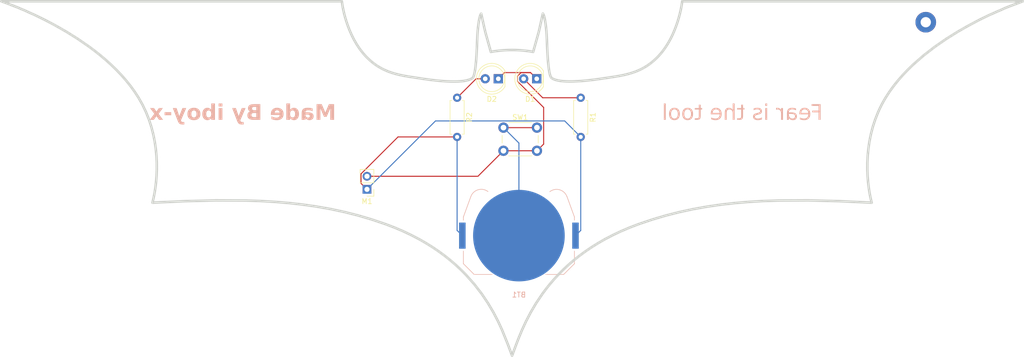
<source format=kicad_pcb>
(kicad_pcb (version 20241229) (generator "pcbnew") (generator_version "9.0")
  (layers (0 "F.Cu" signal) (2 "B.Cu" signal) (13 "F.Paste" user) (15 "B.Paste" user) (5 "F.SilkS" user "F.Silkscreen") (7 "B.SilkS" user "B.Silkscreen") (1 "F.Mask" user) (3 "B.Mask" user) (25 "Edge.Cuts" user))
  (net 0 "")
  (net 1 "Net-(BT1-+)")
  (net 2 "Net-(BT1--)")
  (net 3 "Net-(D1-K)")
  (net 4 "Net-(D1-A)")
  (net 5 "Net-(D2-A)")
  (footprint "Resistor_THT:R_Axial_DIN0207_L6.3mm_D2.5mm_P7.62mm_Horizontal" (layer "F.Cu") (at 158 70.69 -90)
    (property "Reference" "R2" (at 3.81 -2.37 90) (layer "F.SilkS"))
    (property "Value" "R")
    (fp_line (start 0.54 1.37) (end 7.08 1.37) (stroke (width 0.12)) (layer "F.SilkS"))
    (fp_line (start 7.08 1.37) (end 7.08 1.04) (stroke (width 0.12)) (layer "F.SilkS"))
    (fp_line (start 0.54 1.04) (end 0.54 1.37) (stroke (width 0.12)) (layer "F.SilkS"))
    (fp_line (start 0.54 -1.04) (end 0.54 -1.37) (stroke (width 0.12)) (layer "F.SilkS"))
    (fp_line (start 0.54 -1.37) (end 7.08 -1.37) (stroke (width 0.12)) (layer "F.SilkS"))
    (fp_line (start 7.08 -1.37) (end 7.08 -1.04) (stroke (width 0.12)) (layer "F.SilkS"))
    (pad "1" thru_hole circle (at 0 0 270) (size 1.6 1.6) (drill 0.8) (layers "*.Cu" "*.Mask") (net 5 "Net-(D2-A)"))
    (pad "2" thru_hole oval (at 7.62 0 270) (size 1.6 1.6) (drill 0.8) (layers "*.Cu" "*.Mask") (net 1 "Net-(BT1-+)"))
  )
  (footprint "MountingHole:MountingHole_2mm" (layer "F.Cu") (at 249 56)
    (property "Reference" "REF**" (hide yes))
    (property "Value" "MountingHole_2mm" (hide yes))
    (pad "" np_thru_hole circle (at 0 0) (size 4 4) (drill 2) (layers "*.Cu" "*.Mask"))
  )
  (footprint "Resistor_THT:R_Axial_DIN0207_L6.3mm_D2.5mm_P7.62mm_Horizontal" (layer "F.Cu") (at 182 70.69 -90)
    (property "Reference" "R1" (at 3.81 -2.37 90) (layer "F.SilkS"))
    (property "Value" "R")
    (fp_line (start 0.54 1.37) (end 7.08 1.37) (stroke (width 0.12)) (layer "F.SilkS"))
    (fp_line (start 7.08 1.37) (end 7.08 1.04) (stroke (width 0.12)) (layer "F.SilkS"))
    (fp_line (start 0.54 1.04) (end 0.54 1.37) (stroke (width 0.12)) (layer "F.SilkS"))
    (fp_line (start 0.54 -1.04) (end 0.54 -1.37) (stroke (width 0.12)) (layer "F.SilkS"))
    (fp_line (start 0.54 -1.37) (end 7.08 -1.37) (stroke (width 0.12)) (layer "F.SilkS"))
    (fp_line (start 7.08 -1.37) (end 7.08 -1.04) (stroke (width 0.12)) (layer "F.SilkS"))
    (pad "1" thru_hole circle (at 0 0 270) (size 1.6 1.6) (drill 0.8) (layers "*.Cu" "*.Mask") (net 4 "Net-(D1-A)"))
    (pad "2" thru_hole oval (at 7.62 0 270) (size 1.6 1.6) (drill 0.8) (layers "*.Cu" "*.Mask") (net 1 "Net-(BT1-+)"))
  )
  (footprint "Connector_PinHeader_2.54mm:PinHeader_1x02_P2.54mm_Vertical" (layer "F.Cu") (at 140.5 88.5 180)
    (property "Reference" "M1" (at 0 -2.33 0) (layer "F.SilkS"))
    (property "Value" "Motor_DC")
    (fp_line (start 1.33 1.27) (end 1.33 3.87) (stroke (width 0.12)) (layer "F.SilkS"))
    (fp_line (start -1.33 3.87) (end 1.33 3.87) (stroke (width 0.12)) (layer "F.SilkS"))
    (fp_line (start -1.33 1.27) (end 1.33 1.27) (stroke (width 0.12)) (layer "F.SilkS"))
    (fp_line (start -1.33 1.27) (end -1.33 3.87) (stroke (width 0.12)) (layer "F.SilkS"))
    (fp_line (start -1.33 0) (end -1.33 -1.33) (stroke (width 0.12)) (layer "F.SilkS"))
    (fp_line (start -1.33 -1.33) (end 0 -1.33) (stroke (width 0.12)) (layer "F.SilkS"))
    (pad "1" thru_hole rect (at 0 0 180) (size 1.7 1.7) (drill 1) (layers "*.Cu" "*.Mask") (net 1 "Net-(BT1-+)"))
    (pad "2" thru_hole oval (at 0 2.54 180) (size 1.7 1.7) (drill 1) (layers "*.Cu" "*.Mask") (net 3 "Net-(D1-K)"))
  )
  (footprint "Button_Switch_THT:SW_PUSH_6mm" (layer "F.Cu") (at 167 76.5)
    (property "Reference" "SW1" (at 3.25 -2 0) (layer "F.SilkS"))
    (property "Value" "SW_Push")
    (fp_line (start -0.25 1.5) (end -0.25 3) (stroke (width 0.12)) (layer "F.SilkS"))
    (fp_line (start 1 5.5) (end 5.5 5.5) (stroke (width 0.12)) (layer "F.SilkS"))
    (fp_line (start 5.5 -1) (end 1 -1) (stroke (width 0.12)) (layer "F.SilkS"))
    (fp_line (start 6.75 3) (end 6.75 1.5) (stroke (width 0.12)) (layer "F.SilkS"))
    (pad "1" thru_hole circle (at 0 0 90) (size 2 2) (drill 1.1) (layers "*.Cu" "*.Mask") (net 2 "Net-(BT1--)"))
    (pad "1" thru_hole circle (at 6.5 0 90) (size 2 2) (drill 1.1) (layers "*.Cu" "*.Mask") (net 2 "Net-(BT1--)"))
    (pad "2" thru_hole circle (at 0 4.5 90) (size 2 2) (drill 1.1) (layers "*.Cu" "*.Mask") (net 3 "Net-(D1-K)"))
    (pad "2" thru_hole circle (at 6.5 4.5 90) (size 2 2) (drill 1.1) (layers "*.Cu" "*.Mask") (net 3 "Net-(D1-K)"))
  )
  (footprint "LED_THT:LED_D5.0mm" (layer "F.Cu") (at 166 67 180)
    (property "Reference" "D2" (at 1.27 -3.96 0) (layer "F.SilkS"))
    (property "Value" "LED")
    (fp_line (start -1.29 -1.545) (end -1.29 1.545) (stroke (width 0.12)) (layer "F.SilkS"))
    (fp_arc (start 4.26 0.000048) (mid 2.071756 2.880501) (end -1.29 1.54483) (stroke (width 0.12)) (layer "F.SilkS"))
    (fp_arc (start -1.29 -1.54483) (mid 2.071756 -2.880501) (end 4.26 -0.000048) (stroke (width 0.12)) (layer "F.SilkS"))
    (fp_circle (center 1.27 0) (end 3.77 0) (stroke (width 0.12)) (fill no) (layer "F.SilkS"))
    (pad "1" thru_hole rect (at 0 0 180) (size 1.8 1.8) (drill 0.9) (layers "*.Cu" "*.Mask") (net 3 "Net-(D1-K)"))
    (pad "2" thru_hole circle (at 2.54 0 180) (size 1.8 1.8) (drill 0.9) (layers "*.Cu" "*.Mask") (net 5 "Net-(D2-A)"))
  )
  (footprint "LED_THT:LED_D5.0mm" (layer "F.Cu") (at 173.46 67 180)
    (property "Reference" "D1" (at 1.27 -3.96 0) (layer "F.SilkS"))
    (property "Value" "LED")
    (fp_line (start -1.29 -1.545) (end -1.29 1.545) (stroke (width 0.12)) (layer "F.SilkS"))
    (fp_arc (start 4.26 0.000048) (mid 2.071756 2.880501) (end -1.29 1.54483) (stroke (width 0.12)) (layer "F.SilkS"))
    (fp_arc (start -1.29 -1.54483) (mid 2.071756 -2.880501) (end 4.26 -0.000048) (stroke (width 0.12)) (layer "F.SilkS"))
    (fp_circle (center 1.27 0) (end 3.77 0) (stroke (width 0.12)) (fill no) (layer "F.SilkS"))
    (pad "1" thru_hole rect (at 0 0 180) (size 1.8 1.8) (drill 0.9) (layers "*.Cu" "*.Mask") (net 3 "Net-(D1-K)"))
    (pad "2" thru_hole circle (at 2.54 0 180) (size 1.8 1.8) (drill 0.9) (layers "*.Cu" "*.Mask") (net 4 "Net-(D1-A)"))
  )
  (footprint "Battery:BatteryHolder_Keystone_3034_1x20mm" (layer "B.Cu") (at 170 97.5)
    (property "Reference" "BT1" (at 0 11.5 0) (layer "B.SilkS") (effects (justify mirror)))
    (property "Value" "Battery_Cell")
    (fp_line (start -10.78 -3.63) (end -9.34 -7.58) (stroke (width 0.12)) (layer "B.SilkS"))
    (fp_line (start -10.78 -3) (end -10.78 -3.63) (stroke (width 0.12)) (layer "B.SilkS"))
    (fp_line (start -10.78 5.46) (end -10.78 3) (stroke (width 0.12)) (layer "B.SilkS"))
    (fp_line (start -8.7 7.54) (end -10.78 5.46) (stroke (width 0.12)) (layer "B.SilkS"))
    (fp_line (start -5.2 7.54) (end -8.7 7.54) (stroke (width 0.12)) (layer "B.SilkS"))
    (fp_line (start 8.7 7.54) (end 5.2 7.54) (stroke (width 0.12)) (layer "B.SilkS"))
    (fp_line (start 8.7 7.54) (end 10.78 5.46) (stroke (width 0.12)) (layer "B.SilkS"))
    (fp_line (start 10.78 -3.63) (end 9.34 -7.58) (stroke (width 0.12)) (layer "B.SilkS"))
    (fp_line (start 10.78 -3) (end 10.78 -3.63) (stroke (width 0.12)) (layer "B.SilkS"))
    (fp_line (start 10.78 5.46) (end 10.78 3) (stroke (width 0.12)) (layer "B.SilkS"))
    (fp_arc (start -9.34 -7.58) (mid -7.921654 -8.918738) (end -6.003354 -8.56653) (stroke (width 0.12)) (layer "B.SilkS"))
    (fp_arc (start 6 -8.55) (mid 7.90634 -8.911669) (end 9.325243 -7.588169) (stroke (width 0.12)) (layer "B.SilkS"))
    (pad "1" smd rect (at -10.985 0) (size 1.27 5.08) (layers "B.Cu" "B.Mask" "B.Paste") (net 1 "Net-(BT1-+)"))
    (pad "1" smd rect (at 10.985 0) (size 1.27 5.08) (layers "B.Cu" "B.Mask" "B.Paste") (net 1 "Net-(BT1-+)"))
    (pad "2" smd circle (at 0 0) (size 17.8 17.8) (layers "B.Cu" "B.Mask") (net 2 "Net-(BT1--)"))
  )
  (gr_poly (pts (xy 135.786399 53.053429) (xy 136.055301 54.290821) (xy 136.249443 55.031132) (xy 136.48887 55.834366) (xy 136.777701 56.686908) (xy 137.120054 57.575141) (xy 137.520047 58.485451) (xy 137.981798 59.404221) (xy 138.509425 60.317837) (xy 139.107048 61.212682) (xy 139.778784 62.075141) (xy 140.143731 62.489971) (xy 140.528752 62.891598) (xy 141.130416 63.459202) (xy 141.737507 63.962471) (xy 142.35129 64.406354) (xy 142.973029 64.795803) (xy 143.60399 65.135768) (xy 144.245437 65.431201) (xy 144.898634 65.687052) (xy 145.564847 65.908271) (xy 146.24534 66.09981) (xy 146.941378 66.266619) (xy 147.654224 66.41365) (xy 148.385145 66.545852) (xy 151.514864 67.025393) (xy 152.605085 67.177824) (xy 153.889942 67.329391) (xy 155.286157 67.454896) (xy 156 67.5) (xy 156.710452 67.52914) (xy 157.407106 67.539164) (xy 158.079549 67.526925) (xy 158.717374 67.489271) (xy 159.310169 67.423054) (xy 159.847525 67.325123) (xy 160.319033 67.192329) (xy 160.526841 67.111873) (xy 160.714282 67.021521) (xy 160.880057 66.920878) (xy 161.022863 66.809551) (xy 161.082436 66.742354) (xy 161.139273 66.649821) (xy 161.245009 66.394525) (xy 161.340603 66.055231) (xy 161.426588 65.643505) (xy 161.503495 65.170914) (xy 161.571858 64.649023) (xy 161.685078 63.503608) (xy 161.770506 62.299792) (xy 161.8324 61.130108) (xy 161.902621 59.263258) (xy 161.935954 58.523006) (xy 161.991507 57.749457) (xy 162.067166 56.977188) (xy 162.160818 56.240779) (xy 162.213731 55.896827) (xy 162.270351 55.574809) (xy 162.330412 55.279044) (xy 162.393651 55.013857) (xy 162.459803 54.783569) (xy 162.528605 54.592503) (xy 162.599792 54.444981) (xy 162.636198 54.3889) (xy 162.673101 54.345326) (xy 162.86841 55.199133) (xy 163.110594 56.304985) (xy 163.345093 57.360633) (xy 163.44241 57.775178) (xy 163.517346 58.063829) (xy 164.547387 61.768669) (xy 165.057864 61.682861) (xy 165.569679 61.608495) (xy 166.08264 61.54557) (xy 166.596555 61.494085) (xy 167.111235 61.454042) (xy 167.626489 61.42544) (xy 168.142124 61.408278) (xy 168.65795 61.402558) (xy 169.173777 61.408279) (xy 169.689413 61.42544) (xy 170.204666 61.454043) (xy 170.719347 61.494086) (xy 171.233264 61.545571) (xy 171.746226 61.608497) (xy 172.258042 61.682863) (xy 172.768521 61.768671) (xy 173.806747 58.047435) (xy 173.881685 57.758784) (xy 173.979004 57.344239) (xy 174.213502 56.288592) (xy 174.455684 55.18274) (xy 174.650991 54.328932) (xy 174.724751 54.430029) (xy 174.796274 54.578799) (xy 174.865307 54.770922) (xy 174.931598 55.002074) (xy 174.994896 55.267934) (xy 175.054947 55.564179) (xy 175.164304 56.230533) (xy 175.257652 56.966558) (xy 175.332974 57.737674) (xy 175.388253 58.509303) (xy 175.421472 59.246864) (xy 175.493232 61.107952) (xy 175.555511 62.277396) (xy 175.641068 63.482092) (xy 175.754159 64.629028) (xy 175.822362 65.151769) (xy 175.899045 65.625192) (xy 175.984741 66.037668) (xy 176.079982 66.377572) (xy 176.185301 66.633278) (xy 176.241905 66.725923) (xy 176.301229 66.793158) (xy 176.444043 66.904486) (xy 176.609841 67.005129) (xy 176.797319 67.095481) (xy 177.005177 67.175936) (xy 177.476819 67.30873) (xy 178.01435 67.406661) (xy 178.607352 67.472879) (xy 179.245407 67.510532) (xy 179.918097 67.522772) (xy 180.615005 67.512747) (xy 182.039803 67.438503) (xy 183.436457 67.312999) (xy 184.721625 67.161432) (xy 185.811965 67.009001) (xy 187.421484 66.774593) (xy 188.943434 66.538937) (xy 189.674783 66.408323) (xy 190.388094 66.262618) (xy 191.084651 66.096893) (xy 191.76574 65.906223) (xy 192.432645 65.685679) (xy 193.086651 65.430337) (xy 193.729042 65.135269) (xy 194.361104 64.795547) (xy 194.98412 64.406246) (xy 195.599375 63.962439) (xy 196.208154 63.459199) (xy 196.811743 62.891599) (xy 197.195497 62.489972) (xy 197.559212 62.075142) (xy 197.903402 61.648811) (xy 198.228582 61.212683) (xy 198.535268 60.768457) (xy 198.823975 60.317837) (xy 199.095219 59.862525) (xy 199.349514 59.404222) (xy 199.587376 58.94463) (xy 199.80932 58.485451) (xy 200.207516 57.575141) (xy 200.548224 56.686908) (xy 200.835566 55.834366) (xy 201.073666 55.031132) (xy 201.266644 54.290821) (xy 201.418623 53.627048) (xy 201.533726 53.053429) (xy 201.669791 52.231117) (xy 201.707818 51.932807) (xy 267.848535 51.932807) (xy 264.759287 53.099322) (xy 261.431784 54.559242) (xy 259.47808 55.508886) (xy 257.390413 56.605184) (xy 255.213289 57.848283) (xy 252.991211 59.238332) (xy 250.768685 60.775479) (xy 248.590216 62.459871) (xy 246.500309 64.291658) (xy 245.502473 65.26287) (xy 244.543467 66.270986) (xy 243.628853 67.316025) (xy 242.764196 68.398004) (xy 241.955057 69.516944) (xy 241.207 70.672861) (xy 240.797878 71.370519) (xy 240.41828 72.074042) (xy 240.067347 72.782458) (xy 239.744219 73.494797) (xy 239.177938 74.927359) (xy 238.712558 76.363959) (xy 238.341198 77.79683) (xy 238.056978 79.218201) (xy 237.853019 80.620306) (xy 237.722441 81.995376) (xy 237.658364 83.335643) (xy 237.653908 84.633338) (xy 237.702193 85.880692) (xy 237.79634 87.069939) (xy 237.929468 88.193309) (xy 238.094699 89.243033) (xy 238.285151 90.211345) (xy 238.493945 91.090475) (xy 232.220435 90.799519) (xy 226.195447 90.643422) (xy 220.383184 90.670723) (xy 217.545638 90.768316) (xy 214.74785 90.929961) (xy 211.985346 91.161724) (xy 209.253651 91.469674) (xy 206.54829 91.859877) (xy 203.86479 92.338402) (xy 201.198675 92.911315) (xy 198.545471 93.584683) (xy 195.900704 94.364575) (xy 193.259899 95.257058) (xy 191.529954 95.916195) (xy 189.886086 96.614473) (xy 188.32589 97.34888) (xy 186.846963 98.116408) (xy 185.446899 98.914043) (xy 184.123294 99.738777) (xy 182.873745 100.587599) (xy 181.695847 101.457496) (xy 180.587194 102.34546) (xy 179.545384 103.24848) (xy 178.568012 104.163543) (xy 177.652673 105.087641) (xy 176.796963 106.017762) (xy 175.998478 106.950896) (xy 175.254814 107.884032) (xy 174.563565 108.814159) (xy 173.328699 110.653345) (xy 172.274646 112.444368) (xy 171.38217 114.163142) (xy 170.632037 115.785583) (xy 170.005013 117.287605) (xy 169.481863 118.645123) (xy 168.670245 120.830305) (xy 167.856047 118.645123) (xy 166.704223 115.785582) (xy 165.953584 114.163141) (xy 165.060797 112.444366) (xy 164.006617 110.653343) (xy 162.771797 108.814158) (xy 161.33709 106.950894) (xy 159.683249 105.087639) (xy 158.768139 104.163541) (xy 157.791028 103.248477) (xy 156.74951 102.345458) (xy 155.64118 101.457494) (xy 154.463631 100.587597) (xy 153.214458 99.738776) (xy 151.891254 98.914042) (xy 150.491615 98.116406) (xy 149.013134 97.348879) (xy 147.453405 96.614472) (xy 145.810023 95.916194) (xy 144.080581 95.257058) (xy 141.439778 94.364185) (xy 138.795013 93.584123) (xy 136.14181 92.910768) (xy 133.475697 92.338017) (xy 130.792197 91.859767) (xy 128.086837 91.469913) (xy 125.355143 91.162354) (xy 122.592639 90.930985) (xy 119.794852 90.769702) (xy 116.957306 90.672403) (xy 111.145042 90.645343) (xy 105.120051 90.800975) (xy 98.846538 91.090475) (xy 99.055813 90.211344) (xy 99.246686 89.243032) (xy 99.412281 88.193307) (xy 99.545722 87.069938) (xy 99.640133 85.880691) (xy 99.688638 84.633336) (xy 99.684363 83.335641) (xy 99.62043 81.995374) (xy 99.489964 80.620305) (xy 99.28609 79.2182) (xy 99.00193 77.796828) (xy 98.630611 76.363958) (xy 98.165255 74.927358) (xy 97.598988 73.494796) (xy 96.924932 72.07404) (xy 96.136213 70.67286) (xy 95.386706 69.516943) (xy 94.576285 68.398003) (xy 93.710506 67.316024) (xy 92.794922 66.270985) (xy 91.83509 65.262869) (xy 90.836565 64.291657) (xy 89.804901 63.35733) (xy 88.745654 62.459871) (xy 87.664379 61.59926) (xy 86.56663 60.775478) (xy 84.343934 59.238332) (xy 82.122006 57.848283) (xy 79.945288 56.605184) (xy 77.858219 55.508886) (xy 75.905241 54.559242) (xy 74.130794 53.756103) (xy 72.579319 53.099322) (xy 70.323047 52.224238) (xy 69.49195 51.932807) (xy 135.610813 51.932807)) (stroke (width 0.5)) (fill no) (layer "Edge.Cuts"))
  (gr_text "Made By iboy-x" (at 134.5 75.5 0) (layer "B.SilkS") (effects (font (size 3 3) (thickness 0.2) (bold yes)) (justify left bottom mirror)))
  (gr_text "Fear is the tool " (at 229 75.5 0) (layer "B.SilkS") (effects (font (size 3 3) (thickness 0.1)) (justify left bottom mirror)))
  (segment (start 140.5 88.5) (end 139.349 87.349) (width 0.2) (layer "F.Cu") (net 1))
  (segment (start 146.52224 78.31) (end 158 78.31) (width 0.2) (layer "F.Cu") (net 1))
  (segment (start 139.349 85.48324) (end 146.52224 78.31) (width 0.2) (layer "F.Cu") (net 1))
  (segment (start 139.349 87.349) (end 139.349 85.48324) (width 0.2) (layer "F.Cu") (net 1))
  (segment (start 158 78.31) (end 158 96.485) (width 0.2) (layer "B.Cu") (net 1))
  (segment (start 153.801 75.199) (end 178.889 75.199) (width 0.2) (layer "B.Cu") (net 1))
  (segment (start 158 96.485) (end 159.015 97.5) (width 0.2) (layer "B.Cu") (net 1))
  (segment (start 178.889 75.199) (end 182 78.31) (width 0.2) (layer "B.Cu") (net 1))
  (segment (start 182 78.31) (end 182 96.485) (width 0.2) (layer "B.Cu") (net 1))
  (segment (start 140.5 88.5) (end 153.801 75.199) (width 0.2) (layer "B.Cu") (net 1))
  (segment (start 182 96.485) (end 180.985 97.5) (width 0.2) (layer "B.Cu") (net 1))
  (segment (start 167 76.5) (end 173.5 76.5) (width 0.2) (layer "F.Cu") (net 2))
  (segment (start 170 79.5) (end 170 97.5) (width 0.2) (layer "B.Cu") (net 2))
  (segment (start 167 76.5) (end 170 79.5) (width 0.2) (layer "B.Cu") (net 2))
  (segment (start 169.719 67.497471) (end 169.719 66.502529) (width 0.2) (layer "F.Cu") (net 3))
  (segment (start 172.259 65.799) (end 173.46 67) (width 0.2) (layer "F.Cu") (net 3))
  (segment (start 162.04 85.96) (end 167 81) (width 0.2) (layer "F.Cu") (net 3))
  (segment (start 140.5 85.96) (end 162.04 85.96) (width 0.2) (layer "F.Cu") (net 3))
  (segment (start 167 81) (end 173.5 81) (width 0.2) (layer "F.Cu") (net 3))
  (segment (start 172.259 65.799) (end 167.201 65.799) (width 0.2) (layer "F.Cu") (net 3))
  (segment (start 169.719 66.502529) (end 170.422529 65.799) (width 0.2) (layer "F.Cu") (net 3))
  (segment (start 174.801 79.699) (end 174.801 72.579471) (width 0.2) (layer "F.Cu") (net 3))
  (segment (start 173.5 81) (end 174.801 79.699) (width 0.2) (layer "F.Cu") (net 3))
  (segment (start 170.422529 65.799) (end 172.259 65.799) (width 0.2) (layer "F.Cu") (net 3))
  (segment (start 167.201 65.799) (end 166 67) (width 0.2) (layer "F.Cu") (net 3))
  (segment (start 174.801 72.579471) (end 169.719 67.497471) (width 0.2) (layer "F.Cu") (net 3))
  (segment (start 174.61 70.69) (end 182 70.69) (width 0.2) (layer "F.Cu") (net 4))
  (segment (start 170.92 67) (end 174.61 70.69) (width 0.2) (layer "F.Cu") (net 4))
  (segment (start 163.46 67) (end 161.69 67) (width 0.2) (layer "F.Cu") (net 5))
  (segment (start 161.69 67) (end 158 70.69) (width 0.2) (layer "F.Cu") (net 5))
)
</source>
